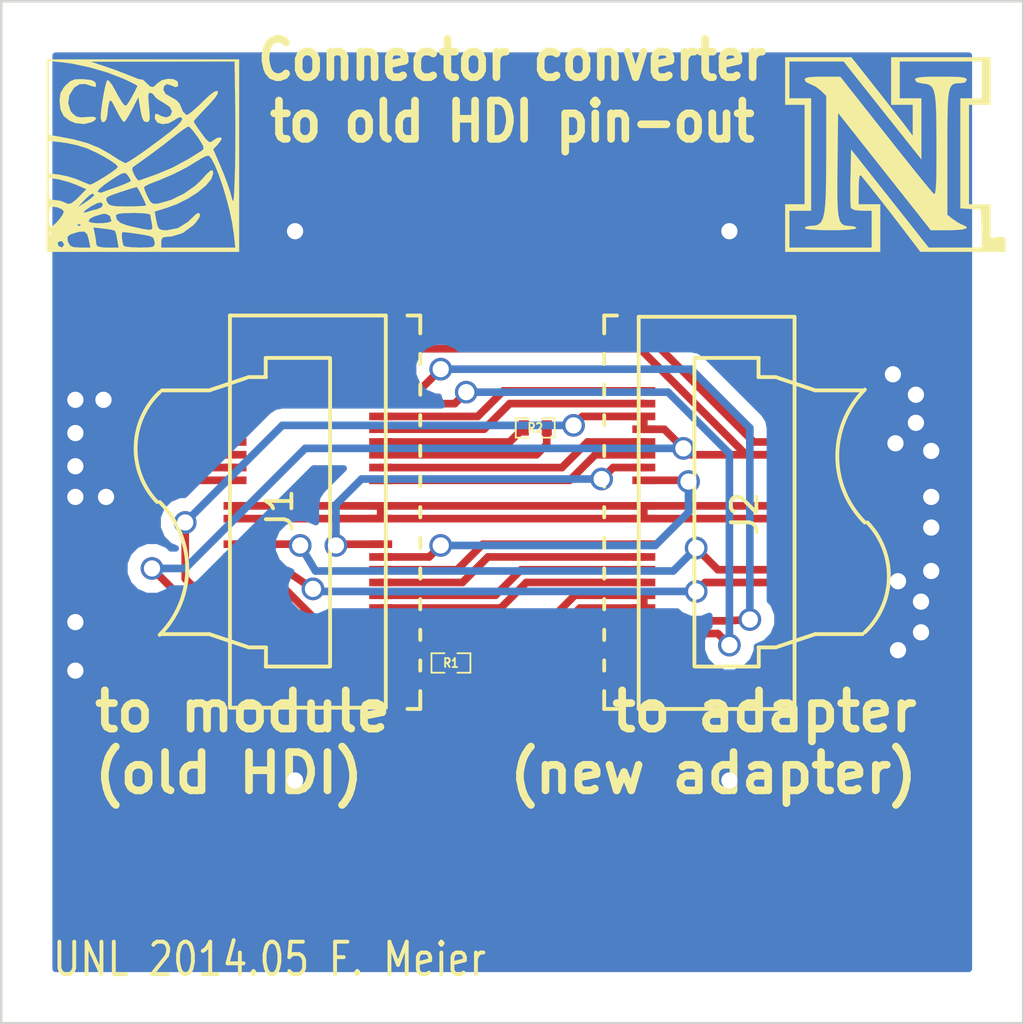
<source format=kicad_pcb>
(kicad_pcb (version 3) (host pcbnew "(2013-jul-07)-stable")

  (general
    (links 0)
    (no_connects 0)
    (area 65.949999 93.949999 106.050001 134.050001)
    (thickness 1.6)
    (drawings 8)
    (tracks 231)
    (zones 0)
    (modules 6)
    (nets 21)
  )

  (page A3)
  (layers
    (15 F.Cu signal)
    (0 B.Cu signal)
    (17 F.Adhes user)
    (19 F.Paste user)
    (21 F.SilkS user)
    (23 F.Mask user)
    (25 Cmts.User user)
    (28 Edge.Cuts user)
  )

  (setup
    (last_trace_width 0.3)
    (trace_clearance 0.198)
    (zone_clearance 0.508)
    (zone_45_only no)
    (trace_min 0.254)
    (segment_width 0.2)
    (edge_width 0.1)
    (via_size 0.889)
    (via_drill 0.635)
    (via_min_size 0.889)
    (via_min_drill 0.508)
    (uvia_size 0.508)
    (uvia_drill 0.127)
    (uvias_allowed no)
    (uvia_min_size 0.508)
    (uvia_min_drill 0.127)
    (pcb_text_width 0.3)
    (pcb_text_size 1.5 1.5)
    (mod_edge_width 0.15)
    (mod_text_size 1 1)
    (mod_text_width 0.15)
    (pad_size 1.5 1.5)
    (pad_drill 0.6)
    (pad_to_mask_clearance 0)
    (aux_axis_origin 0 0)
    (visible_elements FFFFFBBF)
    (pcbplotparams
      (layerselection 3178497)
      (usegerberextensions true)
      (excludeedgelayer true)
      (linewidth 0.150000)
      (plotframeref false)
      (viasonmask false)
      (mode 1)
      (useauxorigin false)
      (hpglpennumber 1)
      (hpglpenspeed 20)
      (hpglpendiameter 15)
      (hpglpenoverlay 2)
      (psnegative false)
      (psa4output false)
      (plotreference true)
      (plotvalue true)
      (plotothertext true)
      (plotinvisibletext false)
      (padsonsilk false)
      (subtractmaskfromsilk false)
      (outputformat 1)
      (mirror false)
      (drillshape 1)
      (scaleselection 1)
      (outputdirectory ""))
  )

  (net 0 "")
  (net 1 GND)
  (net 2 HV)
  (net 3 RTD+)
  (net 4 RTD-)
  (net 5 TBM_160MHz_Out+)
  (net 6 TBM_160MHz_Out-)
  (net 7 TBM_Clk_In+)
  (net 8 TBM_Clk_In-)
  (net 9 TBM_OutA+)
  (net 10 TBM_OutA-)
  (net 11 TBM_RClk_Out+)
  (net 12 TBM_RClk_Out-)
  (net 13 TBM_RDa_Out+)
  (net 14 TBM_RDa_Out-)
  (net 15 TBM_SD_In+)
  (net 16 TBM_SD_In-)
  (net 17 TBM_Trig_In+)
  (net 18 TBM_Trig_In-)
  (net 19 VA)
  (net 20 VD)

  (net_class Default "This is the default net class."
    (clearance 0.198)
    (trace_width 0.3)
    (via_dia 0.889)
    (via_drill 0.635)
    (uvia_dia 0.508)
    (uvia_drill 0.127)
    (add_net "")
    (add_net GND)
    (add_net HV)
    (add_net RTD+)
    (add_net RTD-)
    (add_net TBM_160MHz_Out+)
    (add_net TBM_160MHz_Out-)
    (add_net TBM_Clk_In+)
    (add_net TBM_Clk_In-)
    (add_net TBM_OutA+)
    (add_net TBM_OutA-)
    (add_net TBM_RClk_Out+)
    (add_net TBM_RClk_Out-)
    (add_net TBM_RDa_Out+)
    (add_net TBM_RDa_Out-)
    (add_net TBM_SD_In+)
    (add_net TBM_SD_In-)
    (add_net TBM_Trig_In+)
    (add_net TBM_Trig_In-)
    (add_net VA)
    (add_net VD)
  )

  (module SM0402 (layer F.Cu) (tedit 50A4E0BA) (tstamp 5362FE91)
    (at 83.6 119.9 180)
    (path /53630A25)
    (attr smd)
    (fp_text reference R1 (at 0 0 180) (layer F.SilkS)
      (effects (font (size 0.35052 0.3048) (thickness 0.07112)))
    )
    (fp_text value 60 (at 0.09906 0 180) (layer F.SilkS) hide
      (effects (font (size 0.35052 0.3048) (thickness 0.07112)))
    )
    (fp_line (start -0.254 -0.381) (end -0.762 -0.381) (layer F.SilkS) (width 0.07112))
    (fp_line (start -0.762 -0.381) (end -0.762 0.381) (layer F.SilkS) (width 0.07112))
    (fp_line (start -0.762 0.381) (end -0.254 0.381) (layer F.SilkS) (width 0.07112))
    (fp_line (start 0.254 -0.381) (end 0.762 -0.381) (layer F.SilkS) (width 0.07112))
    (fp_line (start 0.762 -0.381) (end 0.762 0.381) (layer F.SilkS) (width 0.07112))
    (fp_line (start 0.762 0.381) (end 0.254 0.381) (layer F.SilkS) (width 0.07112))
    (pad 1 smd rect (at -0.44958 0 180) (size 0.39878 0.59944)
      (layers F.Cu F.Paste F.Mask)
      (net 5 TBM_160MHz_Out+)
    )
    (pad 2 smd rect (at 0.44958 0 180) (size 0.39878 0.59944)
      (layers F.Cu F.Paste F.Mask)
      (net 6 TBM_160MHz_Out-)
    )
    (model smd\chip_cms.wrl
      (at (xyz 0 0 0.002))
      (scale (xyz 0.05 0.05 0.05))
      (rotate (xyz 0 0 0))
    )
  )

  (module SM0402 (layer F.Cu) (tedit 50A4E0BA) (tstamp 5362FE9D)
    (at 86.9 110.7)
    (path /53630A34)
    (attr smd)
    (fp_text reference R2 (at 0 0) (layer F.SilkS)
      (effects (font (size 0.35052 0.3048) (thickness 0.07112)))
    )
    (fp_text value 60 (at 0.09906 0) (layer F.SilkS) hide
      (effects (font (size 0.35052 0.3048) (thickness 0.07112)))
    )
    (fp_line (start -0.254 -0.381) (end -0.762 -0.381) (layer F.SilkS) (width 0.07112))
    (fp_line (start -0.762 -0.381) (end -0.762 0.381) (layer F.SilkS) (width 0.07112))
    (fp_line (start -0.762 0.381) (end -0.254 0.381) (layer F.SilkS) (width 0.07112))
    (fp_line (start 0.254 -0.381) (end 0.762 -0.381) (layer F.SilkS) (width 0.07112))
    (fp_line (start 0.762 -0.381) (end 0.762 0.381) (layer F.SilkS) (width 0.07112))
    (fp_line (start 0.762 0.381) (end 0.254 0.381) (layer F.SilkS) (width 0.07112))
    (pad 1 smd rect (at -0.44958 0) (size 0.39878 0.59944)
      (layers F.Cu F.Paste F.Mask)
      (net 11 TBM_RClk_Out+)
    )
    (pad 2 smd rect (at 0.44958 0) (size 0.39878 0.59944)
      (layers F.Cu F.Paste F.Mask)
      (net 12 TBM_RClk_Out-)
    )
    (model smd\chip_cms.wrl
      (at (xyz 0 0 0.002))
      (scale (xyz 0.05 0.05 0.05))
      (rotate (xyz 0 0 0))
    )
  )

  (module SMK20hv (layer F.Cu) (tedit 53629C2D) (tstamp 5362FEF3)
    (at 78 114 90)
    (path /5362F446)
    (fp_text reference J1 (at 0.06 -1.1 90) (layer F.SilkS)
      (effects (font (size 1 1) (thickness 0.15)))
    )
    (fp_text value CONN-SMK20 (at -0.19 0.9 90) (layer F.SilkS) hide
      (effects (font (size 1 1) (thickness 0.15)))
    )
    (fp_line (start -1.4 4.4) (end -1 4.4) (layer F.SilkS) (width 0.15))
    (fp_line (start -2.6 4.4) (end -2.2 4.4) (layer F.SilkS) (width 0.15))
    (fp_line (start -3.8 4.4) (end -3.4 4.4) (layer F.SilkS) (width 0.15))
    (fp_line (start -5 4.4) (end -4.6 4.4) (layer F.SilkS) (width 0.15))
    (fp_line (start -6.2 4.4) (end -5.8 4.4) (layer F.SilkS) (width 0.15))
    (fp_line (start -7.7 4.4) (end -7 4.4) (layer F.SilkS) (width 0.15))
    (fp_line (start 7 4.4) (end 7.7 4.4) (layer F.SilkS) (width 0.15))
    (fp_line (start 5.8 4.4) (end 6.2 4.4) (layer F.SilkS) (width 0.15))
    (fp_line (start 4.6 4.4) (end 5 4.4) (layer F.SilkS) (width 0.15))
    (fp_line (start -7.7 4.4) (end -7.7 3.9) (layer F.SilkS) (width 0.15))
    (fp_line (start 7.7 4.4) (end 7.7 3.9) (layer F.SilkS) (width 0.15))
    (fp_line (start 3.4 4.4) (end 3.8 4.4) (layer F.SilkS) (width 0.15))
    (fp_line (start 2.2 4.4) (end 2.6 4.4) (layer F.SilkS) (width 0.15))
    (fp_line (start 1 4.4) (end 1.4 4.4) (layer F.SilkS) (width 0.15))
    (fp_line (start -0.2 4.4) (end 0.2 4.4) (layer F.SilkS) (width 0.15))
    (fp_arc (start 2.5 -3.7) (end 0.4 -5.9) (angle 90) (layer F.SilkS) (width 0.15))
    (fp_arc (start -2.2 -8.4) (end 0.4 -5.8) (angle 90) (layer F.SilkS) (width 0.15))
    (fp_line (start 6.04 0.85) (end 6.04 -1.65) (layer F.SilkS) (width 0.15))
    (fp_line (start 6.03 -1.65) (end 5.29 -1.65) (layer F.SilkS) (width 0.15))
    (fp_line (start 5.29 -2.33) (end 5.29 -1.64) (layer F.SilkS) (width 0.15))
    (fp_line (start 5.26 -2.4) (end 4.77 -3.86) (layer F.SilkS) (width 0.15))
    (fp_line (start 4.77 -3.87) (end 4.77 -5.71) (layer F.SilkS) (width 0.15))
    (fp_line (start -5.26 -2.4) (end -4.77 -3.86) (layer F.SilkS) (width 0.15))
    (fp_line (start -4.77 -3.86) (end -4.77 -5.7) (layer F.SilkS) (width 0.15))
    (fp_line (start -6.03 -1.64) (end -5.29 -1.64) (layer F.SilkS) (width 0.15))
    (fp_line (start -5.29 -2.33) (end -5.29 -1.64) (layer F.SilkS) (width 0.15))
    (fp_line (start -6.04 -1.65) (end -6.04 0.85) (layer F.SilkS) (width 0.15))
    (fp_line (start -6.04 0.87) (end 6.03 0.87) (layer F.SilkS) (width 0.15))
    (fp_line (start -7.65 3.05) (end 7.7 3.05) (layer F.SilkS) (width 0.15))
    (fp_line (start 7.7 3.05) (end 7.7 -3.05) (layer F.SilkS) (width 0.15))
    (fp_line (start 7.7 -3.05) (end -7.65 -3.05) (layer F.SilkS) (width 0.15))
    (fp_line (start -7.65 -3.05) (end -7.65 3.05) (layer F.SilkS) (width 0.15))
    (pad 1 smd rect (at -4.75 2.85 90) (size 0.3 0.9)
      (layers F.Cu F.Paste F.Mask)
      (net 6 TBM_160MHz_Out-)
    )
    (pad 2 smd rect (at -4.75 -2.85 90) (size 0.3 0.9)
      (layers F.Cu F.Paste F.Mask)
      (net 1 GND)
    )
    (pad 3 smd rect (at -4.25 2.85 90) (size 0.3 0.9)
      (layers F.Cu F.Paste F.Mask)
      (net 5 TBM_160MHz_Out+)
    )
    (pad 4 smd rect (at -4.25 -2.85 90) (size 0.3 0.9)
      (layers F.Cu F.Paste F.Mask)
      (net 1 GND)
    )
    (pad 5 smd rect (at -3.75 2.85 90) (size 0.3 0.9)
      (layers F.Cu F.Paste F.Mask)
      (net 8 TBM_Clk_In-)
    )
    (pad 6 smd rect (at -3.75 -2.85 90) (size 0.3 0.9)
      (layers F.Cu F.Paste F.Mask)
      (net 19 VA)
    )
    (pad 7 smd rect (at -3.25 2.85 90) (size 0.3 0.9)
      (layers F.Cu F.Paste F.Mask)
      (net 7 TBM_Clk_In+)
    )
    (pad 8 smd rect (at -3.25 -2.85 90) (size 0.3 0.9)
      (layers F.Cu F.Paste F.Mask)
      (net 19 VA)
    )
    (pad 9 smd rect (at -2.75 2.85 90) (size 0.3 0.9)
      (layers F.Cu F.Paste F.Mask)
      (net 18 TBM_Trig_In-)
    )
    (pad 10 smd rect (at -2.75 -2.85 90) (size 0.3 0.9)
      (layers F.Cu F.Paste F.Mask)
      (net 20 VD)
    )
    (pad 11 smd rect (at -2.25 2.85 90) (size 0.3 0.9)
      (layers F.Cu F.Paste F.Mask)
      (net 17 TBM_Trig_In+)
    )
    (pad 12 smd rect (at -2.25 -2.85 90) (size 0.3 0.9)
      (layers F.Cu F.Paste F.Mask)
      (net 20 VD)
    )
    (pad 13 smd rect (at -1.75 2.85 90) (size 0.3 0.9)
      (layers F.Cu F.Paste F.Mask)
      (net 16 TBM_SD_In-)
    )
    (pad 14 smd rect (at -1.75 -2.85 90) (size 0.3 0.9)
      (layers F.Cu F.Paste F.Mask)
      (net 20 VD)
    )
    (pad 15 smd rect (at -1.25 2.85 90) (size 0.3 0.9)
      (layers F.Cu F.Paste F.Mask)
      (net 15 TBM_SD_In+)
    )
    (pad 16 smd rect (at -1.25 -2.85 90) (size 0.3 0.9)
      (layers F.Cu F.Paste F.Mask)
      (net 20 VD)
    )
    (pad 19 smd rect (at -0.25 2.85 90) (size 0.3 0.9)
      (layers F.Cu F.Paste F.Mask)
      (net 2 HV)
    )
    (pad 20 smd rect (at -0.25 -2.85 90) (size 0.3 0.9)
      (layers F.Cu F.Paste F.Mask)
      (net 2 HV)
    )
    (pad 21 smd rect (at 0.25 2.85 90) (size 0.3 0.9)
      (layers F.Cu F.Paste F.Mask)
      (net 2 HV)
    )
    (pad 22 smd rect (at 0.25 -2.85 90) (size 0.3 0.9)
      (layers F.Cu F.Paste F.Mask)
      (net 2 HV)
    )
    (pad 25 smd rect (at 1.25 2.85 90) (size 0.3 0.9)
      (layers F.Cu F.Paste F.Mask)
      (net 14 TBM_RDa_Out-)
    )
    (pad 26 smd rect (at 1.25 -2.85 90) (size 0.3 0.9)
      (layers F.Cu F.Paste F.Mask)
      (net 1 GND)
    )
    (pad 27 smd rect (at 1.75 2.85 90) (size 0.3 0.9)
      (layers F.Cu F.Paste F.Mask)
      (net 13 TBM_RDa_Out+)
    )
    (pad 28 smd rect (at 1.75 -2.85 90) (size 0.3 0.9)
      (layers F.Cu F.Paste F.Mask)
      (net 1 GND)
    )
    (pad 29 smd rect (at 2.25 2.85 90) (size 0.3 0.9)
      (layers F.Cu F.Paste F.Mask)
      (net 12 TBM_RClk_Out-)
    )
    (pad 30 smd rect (at 2.25 -2.85 90) (size 0.3 0.9)
      (layers F.Cu F.Paste F.Mask)
      (net 1 GND)
    )
    (pad 31 smd rect (at 2.75 2.85 90) (size 0.3 0.9)
      (layers F.Cu F.Paste F.Mask)
      (net 11 TBM_RClk_Out+)
    )
    (pad 32 smd rect (at 2.75 -2.85 90) (size 0.3 0.9)
      (layers F.Cu F.Paste F.Mask)
      (net 1 GND)
    )
    (pad 33 smd rect (at 3.25 2.85 90) (size 0.3 0.9)
      (layers F.Cu F.Paste F.Mask)
      (net 10 TBM_OutA-)
    )
    (pad 34 smd rect (at 3.25 -2.85 90) (size 0.3 0.9)
      (layers F.Cu F.Paste F.Mask)
      (net 1 GND)
    )
    (pad 35 smd rect (at 3.75 2.85 90) (size 0.3 0.9)
      (layers F.Cu F.Paste F.Mask)
      (net 9 TBM_OutA+)
    )
    (pad 36 smd rect (at 3.75 -2.85 90) (size 0.3 0.9)
      (layers F.Cu F.Paste F.Mask)
      (net 1 GND)
    )
    (pad 37 smd rect (at 4.25 2.85 90) (size 0.3 0.9)
      (layers F.Cu F.Paste F.Mask)
      (net 4 RTD-)
    )
    (pad 38 smd rect (at 4.25 -2.85 90) (size 0.3 0.9)
      (layers F.Cu F.Paste F.Mask)
      (net 19 VA)
    )
    (pad 39 smd rect (at 4.75 2.85 90) (size 0.3 0.9)
      (layers F.Cu F.Paste F.Mask)
      (net 3 RTD+)
    )
    (pad 40 smd rect (at 4.75 -2.85 90) (size 0.3 0.9)
      (layers F.Cu F.Paste F.Mask)
      (net 19 VA)
    )
    (pad 41 smd rect (at -6.93 -0.6 90) (size 1.35 2.2)
      (layers F.Cu F.Paste F.Mask)
      (net 1 GND)
    )
    (pad 42 smd rect (at 6.925 -0.6 90) (size 1.35 2.2)
      (layers F.Cu F.Paste F.Mask)
      (net 1 GND)
    )
  )

  (module SMK20hv (layer F.Cu) (tedit 53629C2D) (tstamp 5362FF3D)
    (at 94 114 270)
    (path /5362F455)
    (fp_text reference J2 (at 0.06 -1.1 270) (layer F.SilkS)
      (effects (font (size 1 1) (thickness 0.15)))
    )
    (fp_text value CONN-SMK20 (at -0.19 0.9 270) (layer F.SilkS) hide
      (effects (font (size 1 1) (thickness 0.15)))
    )
    (fp_line (start -1.4 4.4) (end -1 4.4) (layer F.SilkS) (width 0.15))
    (fp_line (start -2.6 4.4) (end -2.2 4.4) (layer F.SilkS) (width 0.15))
    (fp_line (start -3.8 4.4) (end -3.4 4.4) (layer F.SilkS) (width 0.15))
    (fp_line (start -5 4.4) (end -4.6 4.4) (layer F.SilkS) (width 0.15))
    (fp_line (start -6.2 4.4) (end -5.8 4.4) (layer F.SilkS) (width 0.15))
    (fp_line (start -7.7 4.4) (end -7 4.4) (layer F.SilkS) (width 0.15))
    (fp_line (start 7 4.4) (end 7.7 4.4) (layer F.SilkS) (width 0.15))
    (fp_line (start 5.8 4.4) (end 6.2 4.4) (layer F.SilkS) (width 0.15))
    (fp_line (start 4.6 4.4) (end 5 4.4) (layer F.SilkS) (width 0.15))
    (fp_line (start -7.7 4.4) (end -7.7 3.9) (layer F.SilkS) (width 0.15))
    (fp_line (start 7.7 4.4) (end 7.7 3.9) (layer F.SilkS) (width 0.15))
    (fp_line (start 3.4 4.4) (end 3.8 4.4) (layer F.SilkS) (width 0.15))
    (fp_line (start 2.2 4.4) (end 2.6 4.4) (layer F.SilkS) (width 0.15))
    (fp_line (start 1 4.4) (end 1.4 4.4) (layer F.SilkS) (width 0.15))
    (fp_line (start -0.2 4.4) (end 0.2 4.4) (layer F.SilkS) (width 0.15))
    (fp_arc (start 2.5 -3.7) (end 0.4 -5.9) (angle 90) (layer F.SilkS) (width 0.15))
    (fp_arc (start -2.2 -8.4) (end 0.4 -5.8) (angle 90) (layer F.SilkS) (width 0.15))
    (fp_line (start 6.04 0.85) (end 6.04 -1.65) (layer F.SilkS) (width 0.15))
    (fp_line (start 6.03 -1.65) (end 5.29 -1.65) (layer F.SilkS) (width 0.15))
    (fp_line (start 5.29 -2.33) (end 5.29 -1.64) (layer F.SilkS) (width 0.15))
    (fp_line (start 5.26 -2.4) (end 4.77 -3.86) (layer F.SilkS) (width 0.15))
    (fp_line (start 4.77 -3.87) (end 4.77 -5.71) (layer F.SilkS) (width 0.15))
    (fp_line (start -5.26 -2.4) (end -4.77 -3.86) (layer F.SilkS) (width 0.15))
    (fp_line (start -4.77 -3.86) (end -4.77 -5.7) (layer F.SilkS) (width 0.15))
    (fp_line (start -6.03 -1.64) (end -5.29 -1.64) (layer F.SilkS) (width 0.15))
    (fp_line (start -5.29 -2.33) (end -5.29 -1.64) (layer F.SilkS) (width 0.15))
    (fp_line (start -6.04 -1.65) (end -6.04 0.85) (layer F.SilkS) (width 0.15))
    (fp_line (start -6.04 0.87) (end 6.03 0.87) (layer F.SilkS) (width 0.15))
    (fp_line (start -7.65 3.05) (end 7.7 3.05) (layer F.SilkS) (width 0.15))
    (fp_line (start 7.7 3.05) (end 7.7 -3.05) (layer F.SilkS) (width 0.15))
    (fp_line (start 7.7 -3.05) (end -7.65 -3.05) (layer F.SilkS) (width 0.15))
    (fp_line (start -7.65 -3.05) (end -7.65 3.05) (layer F.SilkS) (width 0.15))
    (pad 1 smd rect (at -4.75 2.85 270) (size 0.3 0.9)
      (layers F.Cu F.Paste F.Mask)
      (net 9 TBM_OutA+)
    )
    (pad 2 smd rect (at -4.75 -2.85 270) (size 0.3 0.9)
      (layers F.Cu F.Paste F.Mask)
      (net 1 GND)
    )
    (pad 3 smd rect (at -4.25 2.85 270) (size 0.3 0.9)
      (layers F.Cu F.Paste F.Mask)
      (net 10 TBM_OutA-)
    )
    (pad 4 smd rect (at -4.25 -2.85 270) (size 0.3 0.9)
      (layers F.Cu F.Paste F.Mask)
      (net 1 GND)
    )
    (pad 5 smd rect (at -3.75 2.85 270) (size 0.3 0.9)
      (layers F.Cu F.Paste F.Mask)
      (net 19 VA)
    )
    (pad 6 smd rect (at -3.75 -2.85 270) (size 0.3 0.9)
      (layers F.Cu F.Paste F.Mask)
      (net 1 GND)
    )
    (pad 7 smd rect (at -3.25 2.85 270) (size 0.3 0.9)
      (layers F.Cu F.Paste F.Mask)
      (net 19 VA)
    )
    (pad 8 smd rect (at -3.25 -2.85 270) (size 0.3 0.9)
      (layers F.Cu F.Paste F.Mask)
      (net 1 GND)
    )
    (pad 9 smd rect (at -2.75 2.85 270) (size 0.3 0.9)
      (layers F.Cu F.Paste F.Mask)
      (net 13 TBM_RDa_Out+)
    )
    (pad 10 smd rect (at -2.75 -2.85 270) (size 0.3 0.9)
      (layers F.Cu F.Paste F.Mask)
      (net 19 VA)
    )
    (pad 11 smd rect (at -2.25 2.85 270) (size 0.3 0.9)
      (layers F.Cu F.Paste F.Mask)
      (net 14 TBM_RDa_Out-)
    )
    (pad 12 smd rect (at -2.25 -2.85 270) (size 0.3 0.9)
      (layers F.Cu F.Paste F.Mask)
      (net 19 VA)
    )
    (pad 13 smd rect (at -1.75 2.85 270) (size 0.3 0.9)
      (layers F.Cu F.Paste F.Mask)
      (net 15 TBM_SD_In+)
    )
    (pad 14 smd rect (at -1.75 -2.85 270) (size 0.3 0.9)
      (layers F.Cu F.Paste F.Mask)
      (net 1 GND)
    )
    (pad 15 smd rect (at -1.25 2.85 270) (size 0.3 0.9)
      (layers F.Cu F.Paste F.Mask)
      (net 16 TBM_SD_In-)
    )
    (pad 16 smd rect (at -1.25 -2.85 270) (size 0.3 0.9)
      (layers F.Cu F.Paste F.Mask)
      (net 1 GND)
    )
    (pad 19 smd rect (at -0.25 2.85 270) (size 0.3 0.9)
      (layers F.Cu F.Paste F.Mask)
      (net 2 HV)
    )
    (pad 20 smd rect (at -0.25 -2.85 270) (size 0.3 0.9)
      (layers F.Cu F.Paste F.Mask)
      (net 2 HV)
    )
    (pad 21 smd rect (at 0.25 2.85 270) (size 0.3 0.9)
      (layers F.Cu F.Paste F.Mask)
      (net 2 HV)
    )
    (pad 22 smd rect (at 0.25 -2.85 270) (size 0.3 0.9)
      (layers F.Cu F.Paste F.Mask)
      (net 2 HV)
    )
    (pad 25 smd rect (at 1.25 2.85 270) (size 0.3 0.9)
      (layers F.Cu F.Paste F.Mask)
      (net 17 TBM_Trig_In+)
    )
    (pad 26 smd rect (at 1.25 -2.85 270) (size 0.3 0.9)
      (layers F.Cu F.Paste F.Mask)
      (net 1 GND)
    )
    (pad 27 smd rect (at 1.75 2.85 270) (size 0.3 0.9)
      (layers F.Cu F.Paste F.Mask)
      (net 18 TBM_Trig_In-)
    )
    (pad 28 smd rect (at 1.75 -2.85 270) (size 0.3 0.9)
      (layers F.Cu F.Paste F.Mask)
      (net 1 GND)
    )
    (pad 29 smd rect (at 2.25 2.85 270) (size 0.3 0.9)
      (layers F.Cu F.Paste F.Mask)
      (net 7 TBM_Clk_In+)
    )
    (pad 30 smd rect (at 2.25 -2.85 270) (size 0.3 0.9)
      (layers F.Cu F.Paste F.Mask)
      (net 20 VD)
    )
    (pad 31 smd rect (at 2.75 2.85 270) (size 0.3 0.9)
      (layers F.Cu F.Paste F.Mask)
      (net 8 TBM_Clk_In-)
    )
    (pad 32 smd rect (at 2.75 -2.85 270) (size 0.3 0.9)
      (layers F.Cu F.Paste F.Mask)
      (net 20 VD)
    )
    (pad 33 smd rect (at 3.25 2.85 270) (size 0.3 0.9)
      (layers F.Cu F.Paste F.Mask)
      (net 20 VD)
    )
    (pad 34 smd rect (at 3.25 -2.85 270) (size 0.3 0.9)
      (layers F.Cu F.Paste F.Mask)
      (net 1 GND)
    )
    (pad 35 smd rect (at 3.75 2.85 270) (size 0.3 0.9)
      (layers F.Cu F.Paste F.Mask)
      (net 20 VD)
    )
    (pad 36 smd rect (at 3.75 -2.85 270) (size 0.3 0.9)
      (layers F.Cu F.Paste F.Mask)
      (net 1 GND)
    )
    (pad 37 smd rect (at 4.25 2.85 270) (size 0.3 0.9)
      (layers F.Cu F.Paste F.Mask)
      (net 3 RTD+)
    )
    (pad 38 smd rect (at 4.25 -2.85 270) (size 0.3 0.9)
      (layers F.Cu F.Paste F.Mask)
      (net 1 GND)
    )
    (pad 39 smd rect (at 4.75 2.85 270) (size 0.3 0.9)
      (layers F.Cu F.Paste F.Mask)
      (net 4 RTD-)
    )
    (pad 40 smd rect (at 4.75 -2.85 270) (size 0.3 0.9)
      (layers F.Cu F.Paste F.Mask)
      (net 1 GND)
    )
    (pad 41 smd rect (at -6.93 -0.6 270) (size 1.35 2.2)
      (layers F.Cu F.Paste F.Mask)
      (net 1 GND)
    )
    (pad 42 smd rect (at 6.925 -0.6 270) (size 1.35 2.2)
      (layers F.Cu F.Paste F.Mask)
      (net 1 GND)
    )
  )

  (module LOGO (layer F.Cu) (tedit 0) (tstamp 53646EBF)
    (at 101 100)
    (fp_text reference G*** (at 0 4.572) (layer F.SilkS) hide
      (effects (font (size 1.524 1.524) (thickness 0.3048)))
    )
    (fp_text value LOGO (at 0 -4.572) (layer F.SilkS) hide
      (effects (font (size 1.524 1.524) (thickness 0.3048)))
    )
    (fp_poly (pts (xy 4.318 3.81) (xy 3.3909 3.80746) (xy 3.3909 3.63982) (xy 3.36804 2.89814)
      (xy 3.34264 2.159) (xy 2.94132 2.13106) (xy 2.54 2.10566) (xy 2.54 -0.04826)
      (xy 2.54 -2.20218) (xy 2.96164 -2.20218) (xy 3.38582 -2.20218) (xy 3.38582 -2.921)
      (xy 3.38582 -3.64236) (xy 1.778 -3.64236) (xy 0.16764 -3.64236) (xy 0.16764 -2.921)
      (xy 0.16764 -2.20218) (xy 0.59182 -2.20218) (xy 1.016 -2.20218) (xy 1.016 -1.00584)
      (xy 1.016 0.1905) (xy -0.508 -1.72466) (xy -2.02946 -3.64236) (xy -3.09118 -3.64236)
      (xy -4.15036 -3.64236) (xy -4.15036 -2.921) (xy -4.15036 -2.20218) (xy -3.72618 -2.20218)
      (xy -3.302 -2.20218) (xy -3.302 0) (xy -3.302 2.19964) (xy -3.72618 2.19964)
      (xy -4.15036 2.19964) (xy -4.15036 2.921) (xy -4.15036 3.63982) (xy -2.54 3.63982)
      (xy -0.93218 3.63982) (xy -0.93218 2.921) (xy -0.93218 2.19964) (xy -1.31572 2.19964)
      (xy -1.58496 2.17678) (xy -1.72974 2.1082) (xy -1.74244 2.09042) (xy -1.75768 1.96596)
      (xy -1.7653 1.71196) (xy -1.76784 1.35636) (xy -1.76276 0.94234) (xy -1.76022 0.889)
      (xy -1.73736 -0.20066) (xy -0.21844 1.71958) (xy 1.30048 3.63982) (xy 2.34696 3.63982)
      (xy 3.3909 3.63982) (xy 3.3909 3.80746) (xy 2.64414 3.80746) (xy 0.97282 3.80492)
      (xy 0.42164 3.08102) (xy 0.13716 2.70764) (xy -0.16764 2.3114) (xy -0.47752 1.91516)
      (xy -0.76962 1.54178) (xy -1.02616 1.2192) (xy -1.22428 0.97282) (xy -1.34366 0.82804)
      (xy -1.36144 0.80772) (xy -1.40462 0.8382) (xy -1.43002 1.02108) (xy -1.44018 1.33604)
      (xy -1.44018 1.94564) (xy -1.016 1.94564) (xy -0.59436 1.94564) (xy -0.59436 2.87782)
      (xy -0.59436 3.81) (xy -2.45618 3.81) (xy -4.318 3.81) (xy -4.318 2.87782)
      (xy -4.318 1.94564) (xy -3.937 1.94564) (xy -3.556 1.94564) (xy -3.556 0)
      (xy -3.556 -1.94818) (xy -3.937 -1.94818) (xy -4.318 -1.94818) (xy -4.318 -2.88036)
      (xy -4.318 -3.81) (xy -3.0226 -3.81) (xy -1.72466 -3.81) (xy -0.75692 -2.58572)
      (xy -0.4318 -2.1717) (xy -0.12446 -1.78054) (xy 0.1397 -1.44272) (xy 0.34036 -1.18364)
      (xy 0.44196 -1.04902) (xy 0.67564 -0.7366) (xy 0.67564 -1.34112) (xy 0.67564 -1.94818)
      (xy 0.254 -1.94818) (xy -0.17018 -1.94818) (xy -0.17018 -2.88036) (xy -0.17018 -3.81)
      (xy 1.778 -3.81) (xy 3.72364 -3.81) (xy 3.72364 -2.88036) (xy 3.72364 -1.94818)
      (xy 3.302 -1.94818) (xy 2.87782 -1.94818) (xy 2.87782 0) (xy 2.87782 1.94564)
      (xy 3.302 1.94564) (xy 3.72364 1.94564) (xy 3.72364 2.60604) (xy 3.72364 3.26644)
      (xy 4.02082 3.23088) (xy 4.2164 3.22072) (xy 4.29768 3.27406) (xy 4.31546 3.44424)
      (xy 4.318 3.50266) (xy 4.318 3.81) (xy 4.318 3.81)) (layer F.SilkS) (width 0.00254))
    (fp_poly (pts (xy 2.794 -2.921) (xy 2.7178 -2.82194) (xy 2.54508 -2.794) (xy 2.40284 -2.79146)
      (xy 2.29108 -2.7686) (xy 2.20218 -2.71018) (xy 2.13614 -2.60096) (xy 2.09042 -2.41808)
      (xy 2.05994 -2.14884) (xy 2.04216 -1.77292) (xy 2.03454 -1.27508) (xy 2.032 -0.64008)
      (xy 2.032 -0.08636) (xy 2.032 2.35712) (xy 2.25044 2.52984) (xy 2.45364 2.667)
      (xy 2.63144 2.75336) (xy 2.78384 2.82448) (xy 2.77876 2.88544) (xy 2.62636 2.93116)
      (xy 2.33934 2.95656) (xy 2.08788 2.96164) (xy 1.3843 2.96164) (xy -0.42926 0.66802)
      (xy -2.24536 -1.62814) (xy -2.26822 0.42672) (xy -2.2733 1.12014) (xy -2.2733 1.6637)
      (xy -2.2606 2.07518) (xy -2.23266 2.37236) (xy -2.1844 2.57302) (xy -2.11328 2.69748)
      (xy -2.01676 2.76352) (xy -1.88976 2.78892) (xy -1.7653 2.794) (xy -1.59258 2.8194)
      (xy -1.524 2.87782) (xy -1.60782 2.91338) (xy -1.83896 2.94132) (xy -2.19964 2.9591)
      (xy -2.54 2.96164) (xy -2.98704 2.95402) (xy -3.31724 2.93624) (xy -3.51282 2.90576)
      (xy -3.556 2.87782) (xy -3.48488 2.81432) (xy -3.32486 2.79146) (xy -3.15722 2.7813)
      (xy -3.02514 2.74066) (xy -2.921 2.65684) (xy -2.84226 2.50698) (xy -2.78638 2.27838)
      (xy -2.74828 1.95326) (xy -2.72542 1.51384) (xy -2.71526 0.94742) (xy -2.71018 0.23114)
      (xy -2.71018 -0.05334) (xy -2.71018 -2.29616) (xy -2.91592 -2.49936) (xy -3.1242 -2.66192)
      (xy -3.33756 -2.75844) (xy -3.50012 -2.83718) (xy -3.556 -2.93116) (xy -3.5179 -2.99212)
      (xy -3.38328 -3.02768) (xy -3.1242 -3.04546) (xy -2.8575 -3.048) (xy -2.159 -3.048)
      (xy -0.38608 -0.8001) (xy 0.0381 -0.26416) (xy 0.43434 0.23368) (xy 0.78486 0.6731)
      (xy 1.08204 1.03886) (xy 1.3081 1.31572) (xy 1.45288 1.48844) (xy 1.4986 1.5367)
      (xy 1.53416 1.53924) (xy 1.55956 1.46558) (xy 1.57988 1.30302) (xy 1.59512 1.03378)
      (xy 1.60274 0.63754) (xy 1.60528 0.1016) (xy 1.60528 -0.35052) (xy 1.60274 -1.04902)
      (xy 1.59512 -1.59766) (xy 1.57734 -2.01168) (xy 1.54432 -2.31394) (xy 1.49352 -2.52222)
      (xy 1.41986 -2.6543) (xy 1.3208 -2.7305) (xy 1.18872 -2.76606) (xy 1.07696 -2.77876)
      (xy 0.84074 -2.82956) (xy 0.762 -2.92608) (xy 0.762 -2.92862) (xy 0.78994 -2.97942)
      (xy 0.89408 -3.01498) (xy 1.09728 -3.03784) (xy 1.42748 -3.048) (xy 1.778 -3.048)
      (xy 2.21488 -3.04546) (xy 2.50952 -3.0353) (xy 2.68732 -3.0099) (xy 2.77368 -2.9718)
      (xy 2.794 -2.921) (xy 2.794 -2.921)) (layer F.SilkS) (width 0.00254))
  )

  (module LOGOCMS (layer F.Cu) (tedit 0) (tstamp 53652C1F)
    (at 71.5 100)
    (fp_text reference G*** (at 0 4.572) (layer F.SilkS) hide
      (effects (font (size 1.524 1.524) (thickness 0.3048)))
    )
    (fp_text value LOGOCMS (at 0 -4.572) (layer F.SilkS) hide
      (effects (font (size 1.524 1.524) (thickness 0.3048)))
    )
    (fp_poly (pts (xy 3.81 3.81) (xy 3.66268 3.81) (xy 3.66268 -0.76454) (xy 3.66268 -1.41224)
      (xy 3.6576 -1.92786) (xy 3.6322 -3.64236) (xy 0.82042 -3.63728) (xy -1.99136 -3.63474)
      (xy -1.397 -3.43662) (xy -1.03124 -3.30962) (xy -0.66548 -3.16992) (xy -0.40386 -3.06324)
      (xy -0.1778 -2.97434) (xy -0.03302 -2.9337) (xy 0 -2.94132) (xy 0.04826 -2.92862)
      (xy 0.1651 -2.81686) (xy 0.17018 -2.81178) (xy 0.33274 -2.66192) (xy 0.45212 -2.64668)
      (xy 0.58928 -2.76606) (xy 0.61468 -2.794) (xy 0.7874 -2.91084) (xy 1.01854 -2.96418)
      (xy 1.23952 -2.95148) (xy 1.38938 -2.8702) (xy 1.4097 -2.83464) (xy 1.4224 -2.6797)
      (xy 1.32334 -2.63652) (xy 1.17602 -2.69494) (xy 0.98552 -2.76098) (xy 0.87122 -2.6797)
      (xy 0.84582 -2.53746) (xy 0.9271 -2.37744) (xy 1.143 -2.25044) (xy 1.35128 -2.13106)
      (xy 1.47828 -1.99644) (xy 1.48844 -1.97358) (xy 1.61036 -1.68402) (xy 1.74498 -1.5494)
      (xy 1.75006 -1.54686) (xy 1.84658 -1.59004) (xy 2.02438 -1.73228) (xy 2.25552 -1.9431)
      (xy 2.35966 -2.0447) (xy 2.64668 -2.31648) (xy 2.83972 -2.4638) (xy 2.95148 -2.49428)
      (xy 2.9718 -2.48158) (xy 2.97434 -2.3876) (xy 2.86512 -2.21742) (xy 2.63398 -1.9558)
      (xy 2.54508 -1.86436) (xy 2.31394 -1.62306) (xy 2.13614 -1.43002) (xy 2.03962 -1.31318)
      (xy 2.032 -1.2954) (xy 2.07772 -1.20904) (xy 2.1971 -1.0287) (xy 2.3368 -0.83312)
      (xy 2.50952 -0.60706) (xy 2.62128 -0.50038) (xy 2.7051 -0.49022) (xy 2.78892 -0.54864)
      (xy 2.9464 -0.65024) (xy 3.08102 -0.67564) (xy 3.13182 -0.61976) (xy 3.07848 -0.52324)
      (xy 2.96418 -0.38354) (xy 2.79654 -0.20574) (xy 3.08864 0.46736) (xy 3.24104 0.84074)
      (xy 3.3782 1.21412) (xy 3.47726 1.52146) (xy 3.48742 1.56464) (xy 3.53314 1.73228)
      (xy 3.56362 1.8161) (xy 3.58648 1.80086) (xy 3.60426 1.67132) (xy 3.6195 1.4097)
      (xy 3.63474 0.99568) (xy 3.63982 0.889) (xy 3.65252 0.43688) (xy 3.66014 -0.13208)
      (xy 3.66268 -0.76454) (xy 3.66268 3.81) (xy 3.66014 3.81) (xy 3.66014 3.63982)
      (xy 3.59918 3.0861) (xy 3.53568 2.667) (xy 3.43662 2.19456) (xy 3.30708 1.7018)
      (xy 3.1623 1.2192) (xy 3.00736 0.77724) (xy 2.86004 0.41402) (xy 2.72288 0.15494)
      (xy 2.62382 0.04064) (xy 2.51714 0.05842) (xy 2.41808 0.10668) (xy 2.41808 -0.23114)
      (xy 2.39776 -0.3429) (xy 2.286 -0.53594) (xy 2.1971 -0.6731) (xy 2.02946 -0.89916)
      (xy 1.89484 -1.0541) (xy 1.8288 -1.10236) (xy 1.73228 -1.05156) (xy 1.58242 -0.94996)
      (xy 1.58242 -1.38684) (xy 1.5748 -1.42748) (xy 1.48844 -1.46812) (xy 1.3335 -1.38938)
      (xy 1.29286 -1.35636) (xy 1.04902 -1.22428) (xy 0.80772 -1.19126) (xy 0.61468 -1.24968)
      (xy 0.51308 -1.39446) (xy 0.508 -1.45034) (xy 0.52578 -1.58242) (xy 0.60452 -1.59258)
      (xy 0.75184 -1.5113) (xy 0.9525 -1.45288) (xy 1.11506 -1.51892) (xy 1.18364 -1.68656)
      (xy 1.18364 -1.6891) (xy 1.09982 -1.86182) (xy 0.84582 -2.032) (xy 0.64262 -2.15138)
      (xy 0.5207 -2.25044) (xy 0.508 -2.28092) (xy 0.43942 -2.36982) (xy 0.3683 -2.40792)
      (xy 0.29718 -2.41808) (xy 0.26162 -2.35966) (xy 0.25654 -2.19964) (xy 0.2794 -1.905)
      (xy 0.28448 -1.8669) (xy 0.30734 -1.55448) (xy 0.30734 -1.37668) (xy 0.27178 -1.29286)
      (xy 0.20066 -1.27254) (xy 0.18288 -1.27) (xy 0.08636 -1.30556) (xy 0.01524 -1.43256)
      (xy -0.04318 -1.6891) (xy -0.05334 -1.75768) (xy -0.13462 -2.24536) (xy -0.381 -1.75768)
      (xy -0.51816 -1.50876) (xy -0.63246 -1.3335) (xy -0.69596 -1.27) (xy -0.76708 -1.34112)
      (xy -0.88138 -1.524) (xy -0.99568 -1.74244) (xy -1.12522 -1.9939) (xy -1.20142 -2.1082)
      (xy -1.24968 -2.10566) (xy -1.2827 -2.0193) (xy -1.32588 -1.78816) (xy -1.34874 -1.54686)
      (xy -1.39192 -1.36144) (xy -1.47828 -1.26746) (xy -1.56464 -1.2827) (xy -1.61036 -1.42494)
      (xy -1.61036 -1.44526) (xy -1.59512 -1.66624) (xy -1.55956 -1.96088) (xy -1.50622 -2.28346)
      (xy -1.45034 -2.58318) (xy -1.39446 -2.80924) (xy -1.35382 -2.91084) (xy -1.2827 -2.88544)
      (xy -1.1684 -2.73812) (xy -1.07188 -2.57302) (xy -0.92964 -2.30632) (xy -0.79756 -2.08534)
      (xy -0.74168 -2.00152) (xy -0.66548 -1.92024) (xy -0.59944 -1.92786) (xy -0.508 -2.04978)
      (xy -0.39624 -2.24282) (xy -0.27178 -2.47396) (xy -0.1905 -2.63652) (xy -0.17018 -2.68478)
      (xy -0.2413 -2.73558) (xy -0.42926 -2.8321) (xy -0.69088 -2.95656) (xy -0.7112 -2.96672)
      (xy -1.33604 -3.20802) (xy -2.04724 -3.41376) (xy -2.75336 -3.56362) (xy -3.10388 -3.60934)
      (xy -3.64236 -3.66522) (xy -3.64236 -2.21742) (xy -3.64236 -0.77216) (xy -3.32486 -0.71882)
      (xy -2.66446 -0.59436) (xy -2.12852 -0.44704) (xy -1.66878 -0.26162) (xy -1.24206 -0.02032)
      (xy -1.10236 0.07366) (xy -0.87376 0.21844) (xy -0.6985 0.31242) (xy -0.635 0.33528)
      (xy -0.53594 0.28702) (xy -0.33274 0.16002) (xy -0.05842 -0.0254) (xy 0.18034 -0.19304)
      (xy 0.70358 -0.57912) (xy 1.09728 -0.88138) (xy 1.36652 -1.10998) (xy 1.524 -1.27508)
      (xy 1.58242 -1.38684) (xy 1.58242 -0.94996) (xy 1.54178 -0.91948) (xy 1.29032 -0.72898)
      (xy 1.1938 -0.65278) (xy 0.85598 -0.38608) (xy 0.4953 -0.1143) (xy 0.18542 0.11176)
      (xy 0.16764 0.12446) (xy -0.07874 0.29972) (xy -0.27432 0.43942) (xy -0.3683 0.51308)
      (xy -0.37084 0.60706) (xy -0.30734 0.76962) (xy -0.2159 0.9271) (xy -0.13208 1.01346)
      (xy -0.12192 1.016) (xy -0.03302 0.98806) (xy 0.17526 0.9144) (xy 0.46482 0.8128)
      (xy 0.58928 0.76708) (xy 1.19634 0.51308) (xy 1.81864 0.1778) (xy 2.36474 -0.16256)
      (xy 2.41808 -0.23114) (xy 2.41808 0.10668) (xy 2.32918 0.1524) (xy 2.22758 0.2159)
      (xy 1.76784 0.4953) (xy 1.22428 0.77216) (xy 0.6731 1.00838) (xy 0.52832 1.06172)
      (xy 0.28448 1.15824) (xy 0.12192 1.24206) (xy 0.08382 1.2827) (xy 0.11684 1.39446)
      (xy 0.20066 1.59258) (xy 0.2286 1.65354) (xy 0.34036 1.85166) (xy 0.45212 1.92786)
      (xy 0.62738 1.92024) (xy 0.65024 1.9177) (xy 1.14046 1.778) (xy 1.64592 1.53162)
      (xy 2.09804 1.21666) (xy 2.3241 1.00076) (xy 2.55016 0.75438) (xy 2.6924 0.62992)
      (xy 2.76606 0.61214) (xy 2.79146 0.69596) (xy 2.794 0.74676) (xy 2.7178 0.96266)
      (xy 2.50952 1.21158) (xy 2.19964 1.47066) (xy 1.81356 1.71958) (xy 1.3843 1.93548)
      (xy 0.99314 2.08026) (xy 0.50546 2.23266) (xy 0.5588 2.53238) (xy 0.61214 2.78384)
      (xy 0.68326 2.91084) (xy 0.81026 2.95656) (xy 0.98044 2.96164) (xy 1.41224 2.88036)
      (xy 1.80594 2.63398) (xy 1.94056 2.50444) (xy 2.0955 2.35712) (xy 2.20472 2.286)
      (xy 2.21488 2.286) (xy 2.286 2.3368) (xy 2.2479 2.47396) (xy 2.11074 2.66446)
      (xy 2.00914 2.77114) (xy 1.60274 3.07086) (xy 1.17094 3.20548) (xy 1.00838 3.21564)
      (xy 0.83058 3.24104) (xy 0.76708 3.3401) (xy 0.762 3.429) (xy 0.762 3.63982)
      (xy 2.2098 3.63982) (xy 3.66014 3.63982) (xy 3.66014 3.81) (xy 0.508 3.81)
      (xy 0.508 3.43662) (xy 0.44704 3.25628) (xy 0.41402 3.2385) (xy 0.41402 2.87274)
      (xy 0.40132 2.7559) (xy 0.39116 2.69748) (xy 0.35306 2.4892) (xy 0.33782 2.35966)
      (xy 0.25908 2.3241) (xy 0.16764 2.3114) (xy 0.16764 1.98628) (xy 0.13462 1.8923)
      (xy 0.0508 1.7145) (xy -0.04826 1.51384) (xy -0.1397 1.3462) (xy -0.19304 1.27)
      (xy -0.29464 1.2954) (xy -0.42672 1.33604) (xy -0.42672 1.02362) (xy -0.47498 0.92456)
      (xy -0.55118 0.8128) (xy -0.61976 0.7366) (xy -0.6985 0.71882) (xy -0.8255 0.76454)
      (xy -0.93726 0.83058) (xy -0.93726 0.48514) (xy -0.93726 0.4826) (xy -1.0033 0.3937)
      (xy -1.18872 0.25908) (xy -1.45034 0.09906) (xy -1.7526 -0.0635) (xy -2.0574 -0.20574)
      (xy -2.18694 -0.25908) (xy -2.55016 -0.3683) (xy -2.95656 -0.45466) (xy -3.14198 -0.48006)
      (xy -3.64236 -0.5334) (xy -3.64236 0.1016) (xy -3.64236 0.7366) (xy -3.2385 0.78486)
      (xy -2.90068 0.85344) (xy -2.54508 0.9652) (xy -2.45618 1.0033) (xy -2.2225 1.10236)
      (xy -2.0574 1.16586) (xy -2.01676 1.17856) (xy -1.92024 1.14046) (xy -1.72212 1.03124)
      (xy -1.46558 0.8763) (xy -1.4478 0.86614) (xy -1.19634 0.70104) (xy -1.01346 0.56642)
      (xy -0.93726 0.48514) (xy -0.93726 0.83058) (xy -1.03378 0.889) (xy -1.22428 1.01092)
      (xy -1.47828 1.19126) (xy -1.65862 1.34366) (xy -1.72974 1.44018) (xy -1.7272 1.45288)
      (xy -1.62052 1.49352) (xy -1.5367 1.47574) (xy -1.3843 1.41732) (xy -1.13284 1.32588)
      (xy -0.91186 1.24714) (xy -0.65532 1.14808) (xy -0.48006 1.0668) (xy -0.42672 1.02362)
      (xy -0.42672 1.33604) (xy -0.50038 1.3589) (xy -0.75438 1.44018) (xy -1.0033 1.524)
      (xy -1.19126 1.59004) (xy -1.21158 1.59766) (xy -1.36906 1.67894) (xy -1.39446 1.778)
      (xy -1.35636 1.86182) (xy -1.29286 1.94564) (xy -1.18618 1.99644) (xy -0.99822 2.02184)
      (xy -0.69342 2.02946) (xy -0.54864 2.032) (xy -0.22352 2.02692) (xy 0.02286 2.01168)
      (xy 0.15494 1.9939) (xy 0.16764 1.98628) (xy 0.16764 2.3114) (xy 0.05334 2.2987)
      (xy -0.24384 2.286) (xy -0.34036 2.286) (xy -0.70866 2.29362) (xy -0.9271 2.32156)
      (xy -1.01346 2.3749) (xy -1.016 2.39014) (xy -0.97282 2.5527) (xy -0.83312 2.67462)
      (xy -0.56896 2.77368) (xy -0.33274 2.82956) (xy 0.03048 2.9083) (xy 0.25654 2.94386)
      (xy 0.37592 2.9337) (xy 0.41402 2.87274) (xy 0.41402 3.2385) (xy 0.3175 3.19024)
      (xy 0.10668 3.14706) (xy -0.16256 3.10388) (xy -0.43434 3.06578) (xy -0.65278 3.04038)
      (xy -0.762 3.03784) (xy -0.78232 3.12166) (xy -0.7747 3.29438) (xy -0.74422 3.47472)
      (xy -0.70866 3.57632) (xy -0.6096 3.6068) (xy -0.38862 3.62966) (xy -0.09398 3.63982)
      (xy -0.08128 3.63982) (xy 0.22606 3.63474) (xy 0.40386 3.61696) (xy 0.4826 3.57124)
      (xy 0.50546 3.48234) (xy 0.508 3.43662) (xy 0.508 3.81) (xy 0.04064 3.81)
      (xy -0.90932 3.81) (xy -0.90932 3.63982) (xy -0.96012 3.33248) (xy -1.0033 3.11912)
      (xy -1.04648 2.99212) (xy -1.05156 2.9845) (xy -1.15316 2.95148) (xy -1.18872 2.94386)
      (xy -1.18872 2.59334) (xy -1.25222 2.39268) (xy -1.42494 2.31648) (xy -1.524 2.32664)
      (xy -1.524 1.97866) (xy -1.57226 1.87706) (xy -1.72212 1.8923) (xy -1.86436 1.96342)
      (xy -1.86436 1.5875) (xy -1.91008 1.524) (xy -2.04216 1.59004) (xy -2.1717 1.70942)
      (xy -2.1717 1.35636) (xy -2.55016 1.18872) (xy -2.86766 1.07188) (xy -3.19786 0.98298)
      (xy -3.28676 0.9652) (xy -3.64236 0.90932) (xy -3.64236 1.34366) (xy -3.63728 1.59766)
      (xy -3.60426 1.7272) (xy -3.52044 1.77292) (xy -3.40868 1.778) (xy -3.1877 1.80848)
      (xy -3.048 1.86182) (xy -2.89814 1.9304) (xy -2.75844 1.90754) (xy -2.58318 1.77546)
      (xy -2.45872 1.651) (xy -2.1717 1.35636) (xy -2.1717 1.70942) (xy -2.2479 1.78308)
      (xy -2.25044 1.78816) (xy -2.49936 2.05232) (xy -2.18186 1.85166) (xy -1.99136 1.71704)
      (xy -1.87706 1.61036) (xy -1.86436 1.5875) (xy -1.86436 1.96342) (xy -1.98374 2.02692)
      (xy -2.00152 2.03708) (xy -2.19964 2.1717) (xy -2.28092 2.25806) (xy -2.24028 2.27584)
      (xy -2.13868 2.24536) (xy -1.9431 2.1844) (xy -1.75768 2.14122) (xy -1.59004 2.0701)
      (xy -1.524 1.97866) (xy -1.524 2.32664) (xy -1.5748 2.33426) (xy -1.8669 2.42316)
      (xy -2.0447 2.52222) (xy -2.08026 2.61366) (xy -2.08026 2.61874) (xy -1.97358 2.66446)
      (xy -1.77546 2.68732) (xy -1.53924 2.68478) (xy -1.32842 2.66192) (xy -1.20142 2.6162)
      (xy -1.18872 2.59334) (xy -1.18872 2.94386) (xy -1.36398 2.91338) (xy -1.49098 2.89814)
      (xy -1.88976 2.85242) (xy -1.83388 3.12928) (xy -1.79578 3.35788) (xy -1.78054 3.52044)
      (xy -1.778 3.52298) (xy -1.72212 3.59664) (xy -1.53416 3.63474) (xy -1.34366 3.63982)
      (xy -0.90932 3.63982) (xy -0.90932 3.81) (xy -2.01168 3.81) (xy -2.01168 3.63982)
      (xy -2.06756 3.36804) (xy -2.13614 3.12166) (xy -2.24282 3.01498) (xy -2.3876 3.01752)
      (xy -2.3876 2.76098) (xy -2.4003 2.73558) (xy -2.5019 2.72542) (xy -2.51206 2.73558)
      (xy -2.5019 2.78638) (xy -2.45618 2.794) (xy -2.3876 2.76098) (xy -2.3876 3.01752)
      (xy -2.43586 3.02006) (xy -2.56286 3.05054) (xy -2.80416 3.13182) (xy -2.9083 3.22072)
      (xy -2.90322 3.35788) (xy -2.87274 3.44932) (xy -2.79908 3.5687) (xy -2.66446 3.62458)
      (xy -2.41554 3.63982) (xy -2.40538 3.63982) (xy -2.01168 3.63982) (xy -2.01168 3.81)
      (xy -3.048 3.81) (xy -3.048 3.51282) (xy -3.05054 3.50774) (xy -3.05054 2.23012)
      (xy -3.1242 2.14122) (xy -3.302 2.06502) (xy -3.52806 2.032) (xy -3.53568 2.032)
      (xy -3.59664 2.10566) (xy -3.6322 2.28346) (xy -3.6449 2.50444) (xy -3.62712 2.70764)
      (xy -3.5814 2.82702) (xy -3.50012 2.80416) (xy -3.3655 2.68732) (xy -3.21818 2.52222)
      (xy -3.0988 2.35458) (xy -3.05054 2.23012) (xy -3.05054 3.50774) (xy -3.11658 3.40106)
      (xy -3.175 3.38582) (xy -3.29184 3.43662) (xy -3.27152 3.55346) (xy -3.24612 3.58394)
      (xy -3.12166 3.63728) (xy -3.05308 3.54838) (xy -3.048 3.51282) (xy -3.048 3.81)
      (xy -3.556 3.81) (xy -3.556 3.08864) (xy -3.59918 3.048) (xy -3.64236 3.08864)
      (xy -3.59918 3.13182) (xy -3.556 3.08864) (xy -3.556 3.81) (xy -3.72618 3.81)
      (xy -3.72618 0.04064) (xy -3.72618 -3.72618) (xy 0.04064 -3.72618) (xy 3.81 -3.72618)
      (xy 3.81 0.04064) (xy 3.81 3.81) (xy 3.81 3.81)) (layer F.SilkS) (width 0.00254))
    (fp_poly (pts (xy -1.78562 -1.44018) (xy -1.82118 -1.35636) (xy -1.9431 -1.27508) (xy -2.2479 -1.19634)
      (xy -2.59588 -1.2319) (xy -2.81432 -1.31826) (xy -3.05562 -1.50622) (xy -3.18262 -1.76276)
      (xy -3.21818 -2.11836) (xy -3.18262 -2.40284) (xy -3.05308 -2.6289) (xy -2.96672 -2.72288)
      (xy -2.79654 -2.87274) (xy -2.63144 -2.94132) (xy -2.4003 -2.95402) (xy -2.26822 -2.94894)
      (xy -1.99644 -2.921) (xy -1.85166 -2.86512) (xy -1.79324 -2.77114) (xy -1.79324 -2.76098)
      (xy -1.79832 -2.64922) (xy -1.905 -2.66192) (xy -1.9177 -2.667) (xy -2.21742 -2.76352)
      (xy -2.43586 -2.75336) (xy -2.6289 -2.63144) (xy -2.66446 -2.59588) (xy -2.83718 -2.32156)
      (xy -2.88036 -2.00914) (xy -2.79146 -1.71704) (xy -2.70002 -1.6002) (xy -2.55016 -1.4859)
      (xy -2.36728 -1.45288) (xy -2.15138 -1.47066) (xy -1.89992 -1.48336) (xy -1.78562 -1.44018)
      (xy -1.78562 -1.44018)) (layer F.SilkS) (width 0.00254))
  )

  (gr_text "UNL 2014.05 F. Meier" (at 76.5 131.5) (layer F.SilkS)
    (effects (font (size 1.27 1.016) (thickness 0.1524)))
  )
  (gr_text "to adapter\n(new adapter)" (at 102 123) (layer F.SilkS)
    (effects (font (size 1.5 1.5) (thickness 0.3)) (justify right))
  )
  (gr_text "to module\n(old HDI)" (at 69.5 123) (layer F.SilkS)
    (effects (font (size 1.5 1.5) (thickness 0.3)) (justify left))
  )
  (gr_text "Connector converter\nto old HDI pin-out" (at 86 97.5) (layer F.SilkS)
    (effects (font (size 1.5 1.3) (thickness 0.3)))
  )
  (gr_line (start 66 134) (end 66 94) (angle 90) (layer Edge.Cuts) (width 0.1))
  (gr_line (start 106 134) (end 66 134) (angle 90) (layer Edge.Cuts) (width 0.1))
  (gr_line (start 106 94) (end 106 134) (angle 90) (layer Edge.Cuts) (width 0.1))
  (gr_line (start 66 94) (end 106 94) (angle 90) (layer Edge.Cuts) (width 0.1))

  (segment (start 94.6 120.925) (end 94.6 124.4) (width 0.3) (layer F.Cu) (net 1))
  (via (at 94.5 124.5) (size 0.889) (layers F.Cu B.Cu) (net 1))
  (segment (start 94.6 124.4) (end 94.5 124.5) (width 0.3) (layer F.Cu) (net 1) (tstamp 53630848))
  (segment (start 77.4 120.93) (end 77.4 124.4) (width 0.3) (layer F.Cu) (net 1))
  (via (at 77.5 124.5) (size 0.889) (layers F.Cu B.Cu) (net 1))
  (segment (start 77.4 124.4) (end 77.5 124.5) (width 0.3) (layer F.Cu) (net 1) (tstamp 53630842))
  (segment (start 94.6 107.07) (end 94.6 103.1) (width 0.3) (layer F.Cu) (net 1))
  (via (at 94.5 103) (size 0.889) (layers F.Cu B.Cu) (net 1))
  (segment (start 94.6 103.1) (end 94.5 103) (width 0.3) (layer F.Cu) (net 1) (tstamp 5363083C))
  (segment (start 77.4 107.075) (end 77.4 103.1) (width 0.3) (layer F.Cu) (net 1))
  (via (at 77.5 103) (size 0.889) (layers F.Cu B.Cu) (net 1))
  (segment (start 77.4 103.1) (end 77.5 103) (width 0.3) (layer F.Cu) (net 1) (tstamp 53630835))
  (segment (start 96.85 118.75) (end 100.45 118.75) (width 0.3) (layer F.Cu) (net 1))
  (via (at 101.1 119.4) (size 0.889) (layers F.Cu B.Cu) (net 1))
  (segment (start 100.45 118.75) (end 101.1 119.4) (width 0.3) (layer F.Cu) (net 1) (tstamp 53630817))
  (segment (start 96.85 118.25) (end 101.55 118.25) (width 0.3) (layer F.Cu) (net 1))
  (via (at 102 118.7) (size 0.889) (layers F.Cu B.Cu) (net 1))
  (segment (start 101.55 118.25) (end 102 118.7) (width 0.3) (layer F.Cu) (net 1) (tstamp 53630811))
  (segment (start 96.85 117.75) (end 101.75 117.75) (width 0.3) (layer F.Cu) (net 1))
  (via (at 102 117.5) (size 0.889) (layers F.Cu B.Cu) (net 1))
  (segment (start 101.75 117.75) (end 102 117.5) (width 0.3) (layer F.Cu) (net 1) (tstamp 53630809))
  (segment (start 96.85 117.25) (end 100.55 117.25) (width 0.3) (layer F.Cu) (net 1))
  (via (at 101.1 116.7) (size 0.889) (layers F.Cu B.Cu) (net 1))
  (segment (start 100.55 117.25) (end 101.1 116.7) (width 0.3) (layer F.Cu) (net 1) (tstamp 53630802))
  (segment (start 96.85 115.75) (end 101.85 115.75) (width 0.3) (layer F.Cu) (net 1))
  (via (at 102.4 116.3) (size 0.889) (layers F.Cu B.Cu) (net 1))
  (segment (start 101.85 115.75) (end 102.4 116.3) (width 0.3) (layer F.Cu) (net 1) (tstamp 536307FB))
  (segment (start 96.85 115.25) (end 101.75 115.25) (width 0.3) (layer F.Cu) (net 1))
  (via (at 102.4 114.6) (size 0.889) (layers F.Cu B.Cu) (net 1))
  (segment (start 101.75 115.25) (end 102.4 114.6) (width 0.3) (layer F.Cu) (net 1) (tstamp 536307F2))
  (segment (start 96.85 109.25) (end 100.25 109.25) (width 0.3) (layer F.Cu) (net 1))
  (via (at 100.9 108.6) (size 0.889) (layers F.Cu B.Cu) (net 1))
  (segment (start 100.25 109.25) (end 100.9 108.6) (width 0.3) (layer F.Cu) (net 1) (tstamp 536307E4))
  (segment (start 96.85 109.75) (end 101.45 109.75) (width 0.3) (layer F.Cu) (net 1))
  (via (at 101.8 109.4) (size 0.889) (layers F.Cu B.Cu) (net 1))
  (segment (start 101.45 109.75) (end 101.8 109.4) (width 0.3) (layer F.Cu) (net 1) (tstamp 536307D9))
  (segment (start 96.85 110.25) (end 101.55 110.25) (width 0.3) (layer F.Cu) (net 1))
  (via (at 101.8 110.5) (size 0.889) (layers F.Cu B.Cu) (net 1))
  (segment (start 101.55 110.25) (end 101.8 110.5) (width 0.3) (layer F.Cu) (net 1) (tstamp 536307D1))
  (segment (start 96.85 110.75) (end 100.45 110.75) (width 0.3) (layer F.Cu) (net 1))
  (via (at 101 111.3) (size 0.889) (layers F.Cu B.Cu) (net 1))
  (segment (start 100.45 110.75) (end 101 111.3) (width 0.3) (layer F.Cu) (net 1) (tstamp 536307C7))
  (segment (start 96.85 112.25) (end 101.75 112.25) (width 0.3) (layer F.Cu) (net 1))
  (via (at 102.4 111.6) (size 0.889) (layers F.Cu B.Cu) (net 1))
  (segment (start 101.75 112.25) (end 102.4 111.6) (width 0.3) (layer F.Cu) (net 1) (tstamp 536307B6))
  (segment (start 96.85 112.75) (end 101.75 112.75) (width 0.3) (layer F.Cu) (net 1))
  (via (at 102.4 113.4) (size 0.889) (layers F.Cu B.Cu) (net 1))
  (segment (start 101.75 112.75) (end 102.4 113.4) (width 0.3) (layer F.Cu) (net 1) (tstamp 536307AB))
  (segment (start 75.15 118.25) (end 68.95 118.25) (width 0.3) (layer F.Cu) (net 1))
  (via (at 68.9 118.3) (size 0.889) (layers F.Cu B.Cu) (net 1))
  (segment (start 68.95 118.25) (end 68.9 118.3) (width 0.3) (layer F.Cu) (net 1) (tstamp 536304E8))
  (segment (start 75.15 118.75) (end 70.35 118.75) (width 0.3) (layer F.Cu) (net 1))
  (via (at 68.9 120.2) (size 0.889) (layers F.Cu B.Cu) (net 1))
  (segment (start 70.35 118.75) (end 68.9 120.2) (width 0.3) (layer F.Cu) (net 1) (tstamp 536304C7))
  (segment (start 75.15 110.25) (end 70.65 110.25) (width 0.3) (layer F.Cu) (net 1))
  (via (at 70 109.6) (size 0.889) (layers F.Cu B.Cu) (net 1))
  (segment (start 70.65 110.25) (end 70 109.6) (width 0.3) (layer F.Cu) (net 1) (tstamp 536304B4))
  (segment (start 75.15 112.75) (end 70.75 112.75) (width 0.3) (layer F.Cu) (net 1))
  (via (at 70.1 113.4) (size 0.889) (layers F.Cu B.Cu) (net 1))
  (segment (start 70.75 112.75) (end 70.1 113.4) (width 0.3) (layer F.Cu) (net 1) (tstamp 536304AD))
  (segment (start 75.15 112.25) (end 70.05 112.25) (width 0.3) (layer F.Cu) (net 1))
  (via (at 68.9 113.4) (size 0.889) (layers F.Cu B.Cu) (net 1))
  (segment (start 70.05 112.25) (end 68.9 113.4) (width 0.3) (layer F.Cu) (net 1) (tstamp 536304A0))
  (segment (start 75.15 110.75) (end 70.05 110.75) (width 0.3) (layer F.Cu) (net 1))
  (via (at 68.9 109.6) (size 0.889) (layers F.Cu B.Cu) (net 1))
  (segment (start 70.05 110.75) (end 68.9 109.6) (width 0.3) (layer F.Cu) (net 1) (tstamp 5363048D))
  (segment (start 75.15 111.75) (end 69.35 111.75) (width 0.3) (layer F.Cu) (net 1))
  (via (at 68.9 112.2) (size 0.889) (layers F.Cu B.Cu) (net 1))
  (segment (start 69.35 111.75) (end 68.9 112.2) (width 0.3) (layer F.Cu) (net 1) (tstamp 53630488))
  (segment (start 75.15 111.25) (end 69.25 111.25) (width 0.3) (layer F.Cu) (net 1))
  (via (at 68.9 110.9) (size 0.889) (layers F.Cu B.Cu) (net 1))
  (segment (start 69.25 111.25) (end 68.9 110.9) (width 0.3) (layer F.Cu) (net 1) (tstamp 53630480))
  (segment (start 96.85 113.75) (end 96.85 114.25) (width 0.3) (layer F.Cu) (net 2))
  (segment (start 91.15 113.75) (end 91.15 114.25) (width 0.3) (layer F.Cu) (net 2))
  (segment (start 75.15 113.75) (end 75.15 114.25) (width 0.3) (layer F.Cu) (net 2))
  (segment (start 80.85 113.75) (end 80.85 114.25) (width 0.3) (layer F.Cu) (net 2))
  (segment (start 91.15 114.25) (end 96.85 114.25) (width 0.3) (layer F.Cu) (net 2))
  (segment (start 91.15 113.75) (end 96.85 113.75) (width 0.3) (layer F.Cu) (net 2))
  (segment (start 75.15 114.25) (end 80.85 114.25) (width 0.3) (layer F.Cu) (net 2))
  (segment (start 75.15 113.75) (end 80.85 113.75) (width 0.3) (layer F.Cu) (net 2))
  (segment (start 80.85 114.25) (end 91.15 114.25) (width 0.3) (layer F.Cu) (net 2))
  (segment (start 80.85 113.75) (end 91.15 113.75) (width 0.3) (layer F.Cu) (net 2))
  (segment (start 80.85 109.25) (end 82.35 109.25) (width 0.3) (layer F.Cu) (net 3))
  (via (at 83.2 108.4) (size 0.889) (layers F.Cu B.Cu) (net 3))
  (segment (start 83.2 108.4) (end 93 108.4) (width 0.3) (layer B.Cu) (net 3) (tstamp 536301B2))
  (segment (start 93 108.4) (end 95.3 110.7) (width 0.3) (layer B.Cu) (net 3) (tstamp 536301B3))
  (segment (start 95.3 110.7) (end 95.3 118.2) (width 0.3) (layer B.Cu) (net 3) (tstamp 536301B4))
  (via (at 95.3 118.2) (size 0.889) (layers F.Cu B.Cu) (net 3))
  (segment (start 95.3 118.2) (end 94.45 118.25) (width 0.3) (layer F.Cu) (net 3) (tstamp 536301B7))
  (segment (start 94.45 118.25) (end 91.15 118.25) (width 0.3) (layer F.Cu) (net 3) (tstamp 536301B8))
  (segment (start 82.35 109.25) (end 83.2 108.4) (width 0.3) (layer F.Cu) (net 3) (tstamp 53630303))
  (segment (start 80.85 109.75) (end 83.75 109.75) (width 0.3) (layer F.Cu) (net 4))
  (via (at 84.2 109.3) (size 0.889) (layers F.Cu B.Cu) (net 4))
  (segment (start 84.2 109.3) (end 92.1 109.3) (width 0.3) (layer B.Cu) (net 4) (tstamp 536301BD))
  (segment (start 92.1 109.3) (end 94.5 111.7) (width 0.3) (layer B.Cu) (net 4) (tstamp 536301BE))
  (segment (start 94.5 111.7) (end 94.5 119.2) (width 0.3) (layer B.Cu) (net 4) (tstamp 536301BF))
  (via (at 94.5 119.2) (size 0.889) (layers F.Cu B.Cu) (net 4))
  (segment (start 94.5 119.2) (end 94.048002 118.748002) (width 0.3) (layer F.Cu) (net 4) (tstamp 536301C2))
  (segment (start 94.048002 118.748002) (end 91.2 118.748002) (width 0.3) (layer F.Cu) (net 4) (tstamp 536301C3))
  (segment (start 91.2 118.748002) (end 91.15 118.75) (width 0.3) (layer F.Cu) (net 4) (tstamp 536301C5))
  (segment (start 83.75 109.75) (end 84.2 109.3) (width 0.3) (layer F.Cu) (net 4) (tstamp 5363031C))
  (segment (start 80.85 118.25) (end 83.15 118.25) (width 0.3) (layer F.Cu) (net 5))
  (segment (start 84.04958 119.14958) (end 84.04958 119.9) (width 0.3) (layer F.Cu) (net 5) (tstamp 536301E2))
  (segment (start 83.15 118.25) (end 84.04958 119.14958) (width 0.3) (layer F.Cu) (net 5) (tstamp 536301E1))
  (segment (start 80.85 118.75) (end 82.00042 118.75) (width 0.3) (layer F.Cu) (net 6))
  (segment (start 82.00042 118.75) (end 83.15042 119.9) (width 0.3) (layer F.Cu) (net 6) (tstamp 5363020C))
  (segment (start 80.85 117.25) (end 85.345718 117.25) (width 0.3) (layer F.Cu) (net 7))
  (segment (start 91.15 116.251998) (end 91.15 116.25) (width 0.3) (layer F.Cu) (net 7) (tstamp 5363018F))
  (segment (start 86.34372 116.251998) (end 91.15 116.251998) (width 0.3) (layer F.Cu) (net 7) (tstamp 5363018D))
  (segment (start 85.345718 117.25) (end 86.34372 116.251998) (width 0.3) (layer F.Cu) (net 7) (tstamp 5363018C))
  (segment (start 80.85 117.75) (end 85.55 117.75) (width 0.3) (layer F.Cu) (net 8))
  (segment (start 86.55 116.75) (end 91.15 116.75) (width 0.3) (layer F.Cu) (net 8) (tstamp 53630189))
  (segment (start 85.55 117.75) (end 86.55 116.75) (width 0.3) (layer F.Cu) (net 8) (tstamp 53630188))
  (segment (start 80.85 110.25) (end 84.65 110.25) (width 0.3) (layer F.Cu) (net 9))
  (segment (start 85.65 109.25) (end 91.15 109.25) (width 0.3) (layer F.Cu) (net 9) (tstamp 53630205))
  (segment (start 84.65 110.25) (end 85.65 109.25) (width 0.3) (layer F.Cu) (net 9) (tstamp 53630204))
  (segment (start 80.85 110.75) (end 84.9 110.75) (width 0.3) (layer F.Cu) (net 10))
  (segment (start 91.15 109.748002) (end 91.15 109.75) (width 0.3) (layer F.Cu) (net 10) (tstamp 5363020B))
  (segment (start 85.901998 109.748002) (end 91.15 109.748002) (width 0.3) (layer F.Cu) (net 10) (tstamp 53630209))
  (segment (start 84.9 110.75) (end 85.901998 109.748002) (width 0.3) (layer F.Cu) (net 10) (tstamp 53630208))
  (segment (start 80.85 111.25) (end 85.90042 111.25) (width 0.3) (layer F.Cu) (net 11))
  (segment (start 85.90042 111.25) (end 86.45042 110.7) (width 0.3) (layer F.Cu) (net 11) (tstamp 5363033E))
  (segment (start 80.85 111.75) (end 86.95 111.75) (width 0.3) (layer F.Cu) (net 12))
  (segment (start 87.34958 111.35042) (end 87.34958 110.7) (width 0.3) (layer F.Cu) (net 12) (tstamp 53630342))
  (segment (start 86.95 111.75) (end 87.34958 111.35042) (width 0.3) (layer F.Cu) (net 12) (tstamp 53630341))
  (segment (start 91.15 111.25) (end 88.945718 111.25) (width 0.3) (layer F.Cu) (net 13))
  (segment (start 80.85 112.251998) (end 80.85 112.25) (width 0.3) (layer F.Cu) (net 13) (tstamp 536302AD))
  (segment (start 87.94372 112.251998) (end 80.85 112.251998) (width 0.3) (layer F.Cu) (net 13) (tstamp 536302A9))
  (segment (start 88.945718 111.25) (end 87.94372 112.251998) (width 0.3) (layer F.Cu) (net 13) (tstamp 536302A7))
  (segment (start 80.85 112.75) (end 88.25 112.75) (width 0.3) (layer F.Cu) (net 14))
  (segment (start 91.15 111.751998) (end 91.15 111.75) (width 0.3) (layer F.Cu) (net 14) (tstamp 53630297))
  (segment (start 89.248002 111.751998) (end 91.15 111.751998) (width 0.3) (layer F.Cu) (net 14) (tstamp 53630294))
  (segment (start 88.25 112.75) (end 89.248002 111.751998) (width 0.3) (layer F.Cu) (net 14) (tstamp 53630290))
  (segment (start 91.15 112.25) (end 89.95 112.25) (width 0.3) (layer F.Cu) (net 15))
  (segment (start 80.85 115.251998) (end 80.85 115.25) (width 0.3) (layer F.Cu) (net 15) (tstamp 536303B4))
  (segment (start 79.148002 115.251998) (end 80.85 115.251998) (width 0.3) (layer F.Cu) (net 15) (tstamp 536303B2))
  (segment (start 79.1 115.3) (end 79.148002 115.251998) (width 0.3) (layer F.Cu) (net 15) (tstamp 536303B1))
  (via (at 79.1 115.3) (size 0.889) (layers F.Cu B.Cu) (net 15))
  (segment (start 79.1 113.7) (end 79.1 115.3) (width 0.3) (layer B.Cu) (net 15) (tstamp 536303A8))
  (segment (start 80.1 112.7) (end 79.1 113.7) (width 0.3) (layer B.Cu) (net 15) (tstamp 536303A2))
  (segment (start 89.5 112.7) (end 80.1 112.7) (width 0.3) (layer B.Cu) (net 15) (tstamp 536303A1))
  (via (at 89.5 112.7) (size 0.889) (layers F.Cu B.Cu) (net 15))
  (segment (start 89.95 112.25) (end 89.5 112.7) (width 0.3) (layer F.Cu) (net 15) (tstamp 53630399))
  (segment (start 80.85 115.75) (end 82.75 115.75) (width 0.3) (layer F.Cu) (net 16))
  (segment (start 92.85 112.75) (end 91.15 112.75) (width 0.3) (layer F.Cu) (net 16) (tstamp 53630394))
  (segment (start 92.9 112.8) (end 92.85 112.75) (width 0.3) (layer F.Cu) (net 16) (tstamp 53630393))
  (via (at 92.9 112.8) (size 0.889) (layers F.Cu B.Cu) (net 16))
  (segment (start 92.9 114) (end 92.9 112.8) (width 0.3) (layer B.Cu) (net 16) (tstamp 5363038E))
  (segment (start 91.6 115.3) (end 92.9 114) (width 0.3) (layer B.Cu) (net 16) (tstamp 53630382))
  (segment (start 83.2 115.3) (end 91.6 115.3) (width 0.3) (layer B.Cu) (net 16) (tstamp 53630381))
  (via (at 83.2 115.3) (size 0.889) (layers F.Cu B.Cu) (net 16))
  (segment (start 82.75 115.75) (end 83.2 115.3) (width 0.3) (layer F.Cu) (net 16) (tstamp 53630379))
  (segment (start 80.85 116.25) (end 83.845718 116.25) (width 0.3) (layer F.Cu) (net 17))
  (segment (start 91.15 115.251998) (end 91.15 115.25) (width 0.3) (layer F.Cu) (net 17) (tstamp 53630199))
  (segment (start 84.84372 115.251998) (end 91.15 115.251998) (width 0.3) (layer F.Cu) (net 17) (tstamp 53630197))
  (segment (start 83.845718 116.25) (end 84.84372 115.251998) (width 0.3) (layer F.Cu) (net 17) (tstamp 53630196))
  (segment (start 80.85 116.75) (end 84.05 116.75) (width 0.3) (layer F.Cu) (net 18))
  (segment (start 85.05 115.75) (end 91.15 115.75) (width 0.3) (layer F.Cu) (net 18) (tstamp 53630193))
  (segment (start 84.05 116.75) (end 85.05 115.75) (width 0.3) (layer F.Cu) (net 18) (tstamp 53630192))
  (segment (start 96 111.75) (end 92.95 111.75) (width 0.3) (layer F.Cu) (net 19))
  (segment (start 92.95 111.75) (end 92.7 111.5) (width 0.3) (layer F.Cu) (net 19) (tstamp 5363094F))
  (segment (start 96.85 111.25) (end 96.85 111.751998) (width 0.3) (layer F.Cu) (net 19))
  (segment (start 96.85 111.751998) (end 96.85 111.75) (width 0.3) (layer F.Cu) (net 19) (tstamp 5363090F))
  (segment (start 91.15 110.25) (end 91.15 110.751998) (width 0.3) (layer F.Cu) (net 19))
  (segment (start 91.15 110.751998) (end 91.15 110.75) (width 0.3) (layer F.Cu) (net 19) (tstamp 5363090C))
  (segment (start 75.15 109.25) (end 75.15 109.75) (width 0.3) (layer F.Cu) (net 19))
  (segment (start 75.15 117.25) (end 75.15 117.75) (width 0.3) (layer F.Cu) (net 19))
  (segment (start 75.15 117.75) (end 73.45 117.75) (width 0.3) (layer F.Cu) (net 19))
  (segment (start 73.45 117.75) (end 71.9 116.2) (width 0.3) (layer F.Cu) (net 19) (tstamp 53630784))
  (via (at 71.9 116.2) (size 0.889) (layers F.Cu B.Cu) (net 19))
  (segment (start 71.9 116.2) (end 73.2 116.2) (width 0.3) (layer B.Cu) (net 19) (tstamp 53630788))
  (segment (start 73.2 116.2) (end 77.9 111.5) (width 0.3) (layer B.Cu) (net 19) (tstamp 53630789))
  (segment (start 77.9 111.5) (end 92.7 111.5) (width 0.3) (layer B.Cu) (net 19) (tstamp 5363078C))
  (via (at 92.7 111.5) (size 0.889) (layers F.Cu B.Cu) (net 19))
  (segment (start 91.951998 110.751998) (end 91.15 110.751998) (width 0.3) (layer F.Cu) (net 19) (tstamp 53630796))
  (segment (start 92.7 111.5) (end 91.951998 110.751998) (width 0.3) (layer F.Cu) (net 19) (tstamp 53630795))
  (segment (start 91.15 110.751998) (end 91.15 110.75) (width 0.3) (layer F.Cu) (net 19) (tstamp 53630798))
  (segment (start 75.15 117.25) (end 73.85 117.25) (width 0.3) (layer F.Cu) (net 19))
  (segment (start 88.75 110.25) (end 91.15 110.25) (width 0.3) (layer F.Cu) (net 19) (tstamp 5363077F))
  (segment (start 88.4 110.6) (end 88.75 110.25) (width 0.3) (layer F.Cu) (net 19) (tstamp 5363077E))
  (via (at 88.4 110.6) (size 0.889) (layers F.Cu B.Cu) (net 19))
  (segment (start 77 110.6) (end 88.4 110.6) (width 0.3) (layer B.Cu) (net 19) (tstamp 53630777))
  (segment (start 73.2 114.4) (end 77 110.6) (width 0.3) (layer B.Cu) (net 19) (tstamp 53630776))
  (via (at 73.2 114.4) (size 0.889) (layers F.Cu B.Cu) (net 19))
  (segment (start 73.2 116.6) (end 73.2 114.4) (width 0.3) (layer F.Cu) (net 19) (tstamp 53630773))
  (segment (start 73.85 117.25) (end 73.2 116.6) (width 0.3) (layer F.Cu) (net 19) (tstamp 53630770))
  (segment (start 75.15 109.25) (end 78.35 109.25) (width 0.3) (layer F.Cu) (net 19))
  (segment (start 95.45 111.25) (end 96.85 111.25) (width 0.3) (layer F.Cu) (net 19) (tstamp 53630592))
  (segment (start 91.3 107.1) (end 95.45 111.25) (width 0.3) (layer F.Cu) (net 19) (tstamp 5363058F))
  (segment (start 80.5 107.1) (end 91.3 107.1) (width 0.3) (layer F.Cu) (net 19) (tstamp 5363058B))
  (segment (start 78.35 109.25) (end 80.5 107.1) (width 0.3) (layer F.Cu) (net 19) (tstamp 53630583))
  (segment (start 75.15 109.75) (end 78.55 109.75) (width 0.3) (layer F.Cu) (net 19))
  (segment (start 91 107.6) (end 95.15 111.75) (width 0.3) (layer F.Cu) (net 19) (tstamp 5363057B))
  (segment (start 80.7 107.6) (end 91 107.6) (width 0.3) (layer F.Cu) (net 19) (tstamp 53630576))
  (segment (start 78.55 109.75) (end 80.7 107.6) (width 0.3) (layer F.Cu) (net 19) (tstamp 53630573))
  (segment (start 95.15 111.75) (end 96 111.75) (width 0.3) (layer F.Cu) (net 19) (tstamp 5363057F))
  (segment (start 96 111.75) (end 96.85 111.75) (width 0.3) (layer F.Cu) (net 19) (tstamp 5363094D))
  (segment (start 96.85 116.25) (end 96.85 116.75) (width 0.3) (layer F.Cu) (net 20))
  (segment (start 91.15 117.25) (end 91.15 117.751998) (width 0.3) (layer F.Cu) (net 20))
  (segment (start 91.15 117.751998) (end 91.15 117.75) (width 0.3) (layer F.Cu) (net 20) (tstamp 53630907))
  (segment (start 75.15 115.25) (end 75.15 115.75) (width 0.3) (layer F.Cu) (net 20))
  (segment (start 75.15 115.75) (end 75.15 116.25) (width 0.3) (layer F.Cu) (net 20))
  (segment (start 75.15 116.75) (end 75.15 116.25) (width 0.3) (layer F.Cu) (net 20))
  (segment (start 75.15 116.75) (end 76.15 116.75) (width 0.3) (layer F.Cu) (net 20))
  (segment (start 76.15 116.75) (end 81.1 121.7) (width 0.3) (layer F.Cu) (net 20) (tstamp 536306E4))
  (segment (start 81.1 121.7) (end 84.7 121.7) (width 0.3) (layer F.Cu) (net 20) (tstamp 536306E5))
  (segment (start 84.7 121.7) (end 88.648002 117.751998) (width 0.3) (layer F.Cu) (net 20) (tstamp 536306E9))
  (segment (start 88.648002 117.751998) (end 91.15 117.751998) (width 0.3) (layer F.Cu) (net 20) (tstamp 536306ED))
  (segment (start 91.15 117.751998) (end 91.15 117.75) (width 0.3) (layer F.Cu) (net 20) (tstamp 536306F0))
  (segment (start 75.15 116.25) (end 76.35 116.25) (width 0.3) (layer F.Cu) (net 20))
  (segment (start 88.45 117.25) (end 91.15 117.25) (width 0.3) (layer F.Cu) (net 20) (tstamp 536306E0))
  (segment (start 84.6 121.1) (end 88.45 117.25) (width 0.3) (layer F.Cu) (net 20) (tstamp 536306DD))
  (segment (start 81.2 121.1) (end 84.6 121.1) (width 0.3) (layer F.Cu) (net 20) (tstamp 536306DA))
  (segment (start 76.35 116.25) (end 81.2 121.1) (width 0.3) (layer F.Cu) (net 20) (tstamp 536306D3))
  (segment (start 75.15 115.75) (end 76.35 115.75) (width 0.3) (layer F.Cu) (net 20))
  (segment (start 93.55 116.75) (end 96.85 116.75) (width 0.3) (layer F.Cu) (net 20) (tstamp 536306AC))
  (segment (start 93.2 117.1) (end 93.55 116.75) (width 0.3) (layer F.Cu) (net 20) (tstamp 536306AB))
  (via (at 93.2 117.1) (size 0.889) (layers F.Cu B.Cu) (net 20))
  (segment (start 78.3 117.1) (end 93.2 117.1) (width 0.3) (layer B.Cu) (net 20) (tstamp 536306A9))
  (segment (start 78.2 117) (end 78.3 117.1) (width 0.3) (layer B.Cu) (net 20) (tstamp 536306A8))
  (via (at 78.2 117) (size 0.889) (layers F.Cu B.Cu) (net 20))
  (segment (start 76.35 115.75) (end 78.2 117) (width 0.3) (layer F.Cu) (net 20) (tstamp 536306A3))
  (segment (start 75.15 115.25) (end 77.25 115.25) (width 0.3) (layer F.Cu) (net 20))
  (segment (start 94.05 116.25) (end 96.85 116.25) (width 0.3) (layer F.Cu) (net 20) (tstamp 53630686))
  (segment (start 93.2 115.4) (end 94.05 116.25) (width 0.3) (layer F.Cu) (net 20) (tstamp 53630685))
  (via (at 93.2 115.4) (size 0.889) (layers F.Cu B.Cu) (net 20))
  (segment (start 92.3 116.3) (end 93.2 115.4) (width 0.3) (layer B.Cu) (net 20) (tstamp 5363067F))
  (segment (start 78.3 116.3) (end 92.3 116.3) (width 0.3) (layer B.Cu) (net 20) (tstamp 5363067D))
  (segment (start 77.7 115.3) (end 78.3 116.3) (width 0.3) (layer B.Cu) (net 20) (tstamp 5363067C))
  (via (at 77.7 115.3) (size 0.889) (layers F.Cu B.Cu) (net 20))
  (segment (start 77.25 115.25) (end 77.7 115.3) (width 0.3) (layer F.Cu) (net 20) (tstamp 53630677))

  (zone (net 1) (net_name GND) (layer B.Cu) (tstamp 53630418) (hatch edge 0.508)
    (connect_pads (clearance 0.508))
    (min_thickness 0.254)
    (fill (arc_segments 16) (thermal_gap 0.508) (thermal_bridge_width 0.508))
    (polygon
      (pts
        (xy 68 96) (xy 68 132) (xy 104 132) (xy 104 96)
      )
    )
    (filled_polygon
      (pts
        (xy 103.873 131.873) (xy 96.379687 131.873) (xy 96.379687 117.986216) (xy 96.215689 117.589311) (xy 96.085 117.458393)
        (xy 96.085 110.7) (xy 96.025245 110.399594) (xy 96.025245 110.399593) (xy 95.855079 110.144921) (xy 93.555079 107.844921)
        (xy 93.300407 107.674755) (xy 93 107.615) (xy 83.941681 107.615) (xy 83.812286 107.485378) (xy 83.415668 107.320687)
        (xy 82.986216 107.320313) (xy 82.589311 107.484311) (xy 82.285378 107.787714) (xy 82.120687 108.184332) (xy 82.120313 108.613784)
        (xy 82.284311 109.010689) (xy 82.587714 109.314622) (xy 82.984332 109.479313) (xy 83.120342 109.479431) (xy 83.120313 109.513784)
        (xy 83.244773 109.815) (xy 77 109.815) (xy 76.699594 109.874755) (xy 76.444921 110.044921) (xy 76.444918 110.044924)
        (xy 73.169369 113.320472) (xy 72.986216 113.320313) (xy 72.589311 113.484311) (xy 72.285378 113.787714) (xy 72.120687 114.184332)
        (xy 72.120313 114.613784) (xy 72.284311 115.010689) (xy 72.587714 115.314622) (xy 72.829449 115.415) (xy 72.641681 115.415)
        (xy 72.512286 115.285378) (xy 72.115668 115.120687) (xy 71.686216 115.120313) (xy 71.289311 115.284311) (xy 70.985378 115.587714)
        (xy 70.820687 115.984332) (xy 70.820313 116.413784) (xy 70.984311 116.810689) (xy 71.287714 117.114622) (xy 71.684332 117.279313)
        (xy 72.113784 117.279687) (xy 72.510689 117.115689) (xy 72.641606 116.985) (xy 73.2 116.985) (xy 73.500406 116.925245)
        (xy 73.500407 116.925245) (xy 73.755079 116.755079) (xy 78.225157 112.285) (xy 79.404842 112.285) (xy 78.544921 113.144921)
        (xy 78.374755 113.399593) (xy 78.315 113.7) (xy 78.315 114.388096) (xy 78.312286 114.385378) (xy 77.915668 114.220687)
        (xy 77.486216 114.220313) (xy 77.089311 114.384311) (xy 76.785378 114.687714) (xy 76.620687 115.084332) (xy 76.620313 115.513784)
        (xy 76.784311 115.910689) (xy 77.087714 116.214622) (xy 77.349767 116.323436) (xy 77.285378 116.387714) (xy 77.120687 116.784332)
        (xy 77.120313 117.213784) (xy 77.284311 117.610689) (xy 77.587714 117.914622) (xy 77.984332 118.079313) (xy 78.413784 118.079687)
        (xy 78.810689 117.915689) (xy 78.841431 117.885) (xy 92.458318 117.885) (xy 92.587714 118.014622) (xy 92.984332 118.179313)
        (xy 93.413784 118.179687) (xy 93.715 118.055226) (xy 93.715 118.458318) (xy 93.585378 118.587714) (xy 93.420687 118.984332)
        (xy 93.420313 119.413784) (xy 93.584311 119.810689) (xy 93.887714 120.114622) (xy 94.284332 120.279313) (xy 94.713784 120.279687)
        (xy 95.110689 120.115689) (xy 95.414622 119.812286) (xy 95.579313 119.415668) (xy 95.579455 119.252552) (xy 95.910689 119.115689)
        (xy 96.214622 118.812286) (xy 96.379313 118.415668) (xy 96.379687 117.986216) (xy 96.379687 131.873) (xy 68.127 131.873)
        (xy 68.127 96.127) (xy 103.873 96.127) (xy 103.873 131.873)
      )
    )
  )
)

</source>
